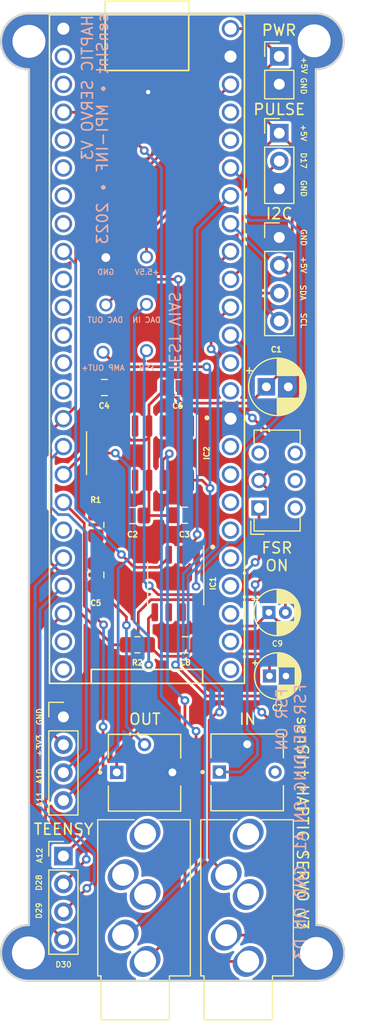
<source format=kicad_pcb>
(kicad_pcb (version 20221018) (generator pcbnew)
  (title_block (title "TEENSY 4 HAPTISHIELD") (date "2023-07-20") (rev "4") (company "SENSORIMOTOR INTERACTION GROUP") (comment 1 "COURTNEY N. REED & VALENTIN MARTINEZ-MISSIR"))
  (layers (0 "F.Cu" signal) (31 "B.Cu" signal) (34 "B.Paste" user) (35 "F.Paste" user) (36 "B.SilkS" user "B.Silkscreen") (37 "F.SilkS" user "F.Silkscreen") (38 "B.Mask" user) (39 "F.Mask" user) (44 "Edge.Cuts" user))
  (net 0 "")
  (net 1 "+5V")
  (net 2 "Net-(C4-Pad1)")
  (net 3 "Net-(C5-Pad1)")
  (net 4 "Net-(C5-Pad2)")
  (net 5 "Net-(C7-Pad1)")
  (net 6 "Net-(C9-Pad1)")
  (net 7 "R_in")
  (net 8 "A7")
  (net 9 "A6")
  (net 10 "D5")
  (net 14 "Net-(IC2-Pad10)")
  (net 16 "- R_Out")
  (net 17 "+ R_Out")
  (net 18 "D17")
  (net 19 "SDA")
  (net 20 "SCL")
  (net 21 "A2")
  (net 22 "D2")
  (net 24 "+3V3")
  (net 25 "Net-(RV1-Pad1)")
  (net 26 "A1")
  (net 35 "D23")
  (net 36 "D22")
  (net 55 "GND")
  (net 59 "A10")
  (net 60 "A11")
  (net 61 "A12")
  (net 62 "D28")
  (net 63 "D29")
  (net 64 "D30")
  (footprint "Package_SO:SOIC-16_3.9x9.9mm_P1.27mm" (layer "F.Cu") (at 102.9208 134.1628 -90)
    (fp_text reference "IC2")
    (fp_text value "PAM8403")
  )
  (footprint "Connector_Audio:Jack_3.5mm_CUI_SJ1-3535NG_Horizontal_CircularHoles" (layer "F.Cu") (at 103.1986 180.5078 180)
    (fp_text reference "J5" hide)
    (fp_text value "Jack_Out")
  )
  (footprint "Capacitor_SMD:C_0805_2012Metric_Pad1.18x1.45mm_HandSolder" (layer "F.Cu") (at 106.8539 151.638 180)
    (fp_text reference "C8")
    (fp_text value "0.1µF")
  )
  (footprint "Connector_PinHeader_2.54mm:PinHeader_1x03_P2.54mm_Vertical" (layer "F.Cu") (at 115.434352 104.98868)
    (fp_text reference "J2" hide)
    (fp_text value "Pulse")
  )
  (footprint "Connector_PinHeader_2.54mm:PinHeader_1x04_P2.54mm_Vertical" (layer "F.Cu") (at 95.749352 170.90168)
    (fp_text reference "J7" hide)
    (fp_text value "Teensy_2")
  )
  (footprint "Capacitor_THT:CP_Radial_D4.0mm_P1.50mm" (layer "F.Cu") (at 114.542601 154.4828)
    (fp_text reference "C7")
    (fp_text value "47µF")
  )
  (footprint "Capacitor_THT:CP_Radial_D5.0mm_P2.00mm" (layer "F.Cu") (at 114.259288 128.1176)
    (fp_text reference "C1")
    (fp_text value "470µF")
  )
  (footprint "Package_SO:SOP-8_3.9x4.9mm_P1.27mm" (layer "F.Cu") (at 105.9903 146.05 -90)
    (fp_text reference "IC1")
    (fp_text value "PT8211")
  )
  (footprint "HS-footprints:Teensy41" (layer "F.Cu") (at 103.369352 124.67368)
    (fp_text reference "U1" hide)
    (fp_text value "TeensyHeader")
  )
  (footprint "Capacitor_THT:CP_Radial_D4.0mm_P1.50mm" (layer "F.Cu") (at 114.491801 148.6916)
    (fp_text reference "C9")
    (fp_text value "47µF")
  )
  (footprint "Connector_Audio:Jack_3.5mm_CUI_SJ1-3535NG_Horizontal_CircularHoles" (layer "F.Cu") (at 112.5966 180.5078 180)
    (fp_text reference "J4" hide)
    (fp_text value "Jack In")
  )
  (footprint "Connector_PinHeader_2.54mm:PinHeader_1x02_P2.54mm_Vertical" (layer "F.Cu") (at 115.434352 97.98868)
    (fp_text reference "J1" hide)
    (fp_text value "Power")
  )
  (footprint "Resistor_SMD:R_0805_2012Metric_Pad1.20x1.40mm_HandSolder" (layer "F.Cu") (at 102.5011 151.638 180)
    (fp_text reference "R2")
    (fp_text value "10Ω")
  )
  (footprint "Capacitor_SMD:C_0805_2012Metric_Pad1.18x1.45mm_HandSolder" (layer "F.Cu") (at 106.8031 139.827)
    (fp_text reference "C3")
    (fp_text value "1µF")
  )
  (footprint "Capacitor_SMD:C_0805_2012Metric_Pad1.18x1.45mm_HandSolder" (layer "F.Cu") (at 99.4918 128.1835)
    (fp_text reference "C4")
    (fp_text value "0.1µF")
  )
  (footprint "3362P-1-503TLF:TRIM_3362P-1-503TLF" (layer "F.Cu") (at 103.1494 163.2712)
    (fp_text reference "RV2" hide)
    (fp_text value "50KΩ")
  )
  (footprint "Connector_PinHeader_2.54mm:PinHeader_1x04_P2.54mm_Vertical" (layer "F.Cu") (at 115.434352 114.49868)
    (fp_text reference "J3" hide)
    (fp_text value "I2C")
  )
  (footprint "Capacitor_SMD:C_0805_2012Metric_Pad1.18x1.45mm_HandSolder" (layer "F.Cu") (at 106.172 128.1938 180)
    (fp_text reference "C6")
    (fp_text value "1µF")
  )
  (footprint "3362P-1-503TLF:TRIM_3362P-1-503TLF" (layer "F.Cu") (at 112.5109 163.2412)
    (fp_text reference "RV1" hide)
    (fp_text value "50KΩ")
  )
  (footprint "Capacitor_SMD:C_0805_2012Metric_Pad1.18x1.45mm_HandSolder" (layer "F.Cu") (at 98.7044 145.2587 -90)
    (fp_text reference "C5")
    (fp_text value "0.47µF")
  )
  (footprint "Connector_PinHeader_2.54mm:PinHeader_1x04_P2.54mm_Vertical" (layer "F.Cu") (at 95.749352 158.21168)
    (fp_text reference "J6" hide)
    (fp_text value "Teensy_1")
  )
  (footprint "Resistor_SMD:R_0805_2012Metric_Pad1.20x1.40mm_HandSolder" (layer "F.Cu") (at 98.7044 140.7066 -90)
    (fp_text reference "R1")
    (fp_text value "10KΩ")
  )
  (footprint "Button_Switch_THT:SW_CuK_JS202011CQN_DPDT_Straight" (layer "F.Cu") (at 113.5888 139.1628 90)
    (fp_text reference "SW1" hide)
    (fp_text value "SW_SPDT_FSR")
  )
  (footprint "Capacitor_SMD:C_0805_2012Metric_Pad1.18x1.45mm_HandSolder" (layer "F.Cu") (at 102.0572 139.8524)
    (fp_text reference "C2")
    (fp_text value "1µF")
  )
  (gr_circle (center 108.839 130.9482) (end 108.839 131.0982) (stroke (width 0.15)) (fill solid) (layer "F.SilkS"))
  (gr_circle (center 109.3685 142.7226) (end 109.3685 142.8726) (stroke (width 0.15)) (fill solid) (layer "F.SilkS"))
  (gr_line (start 118.7704 94.0816) (end 92.6084 94.0816) (stroke (width 0.2)) (layer "Edge.Cuts"))
  (gr_arc (start 92.6084 182.2704) (mid 90.0684 179.7304) (end 92.6084 177.1904) (stroke (width 0.2)) (layer "Edge.Cuts"))
  (gr_line (start 118.8212 182.2704) (end 92.6084 182.2704) (stroke (width 0.2)) (layer "Edge.Cuts"))
  (gr_line (start 92.6084 99.1616) (end 92.6084 177.1904) (stroke (width 0.2)) (layer "Edge.Cuts"))
  (gr_arc (start 118.8212 177.1904) (mid 121.3612 179.7304) (end 118.8212 182.2704) (stroke (width 0.2)) (layer "Edge.Cuts"))
  (gr_arc (start 92.6084 99.1616) (mid 90.0684 96.6216) (end 92.6084 94.0816) (stroke (width 0.2)) (layer "Edge.Cuts"))
  (gr_arc (start 118.7704 94.0816) (mid 121.3104 96.6216) (end 118.7704 99.1616) (stroke (width 0.2)) (layer "Edge.Cuts"))
  (gr_line (start 118.8212 177.1904) (end 118.7704 99.1616) (stroke (width 0.2)) (layer "Edge.Cuts"))
  (gr_text "AMP OUT+" (at 99.3648 126.3904) (layer "B.SilkS") (effects (font (size 0.5 0.5) (thickness 0.1) bold) (justify mirror)))
  (gr_text "FSR READING ON A1, GND ON D3" (at 117.3734 167.7924 -270) (layer "B.SilkS") (effects (font (size 1 1)) (justify mirror)))
  (gr_text "TEST VIAS" (at 105.8672 123.0884 -90) (layer "B.SilkS") (effects (font (size 1 1)) (justify mirror)))
  (gr_text "FSR" (at 103.3272 126.3904) (layer "B.SilkS") (effects (font (size 0.5 0.5) (thickness 0.1) bold) (justify mirror)))
  (gr_text "GND" (at 99.6188 117.6528) (layer "B.SilkS") (effects (font (size 0.5 0.5) (thickness 0.1) bold) (justify mirror)))
  (gr_text "FSR ON" (at 115.6716 158.4452 -270) (layer "B.SilkS") (effects (font (size 1 1)) (justify mirror)))
  (gr_text "+5.5V" (at 103.378 117.6528) (layer "B.SilkS") (effects (font (size 0.5 0.5) (thickness 0.1) bold) (justify mirror)))
  (gr_text "HAPTIC SERVO V3\n" (at 97.9424 100.838 90) (layer "B.SilkS") (effects (font (size 1 1)) (justify mirror)))
  (gr_text "DAC OUT" (at 99.568 122.0216) (layer "B.SilkS") (effects (font (size 0.5 0.5) (thickness 0.1) bold) (justify mirror)))
  (gr_text "DAC IN" (at 103.3272 122.0216) (layer "B.SilkS") (effects (font (size 0.5 0.5) (thickness 0.1) bold) (justify mirror)))
  (gr_text "senSInt • MPI-INF • 2023" (at 99.314 104.5972 90) (layer "B.SilkS") (effects (font (size 1 1)) (justify mirror)))
  (gr_text "FSR\nON" (at 115.222048 143.6116) (layer "F.SilkS") (effects (font (size 1 1))))
  (gr_text "senSInt HAPTIC SERVO V3" (at 117.5512 167.894 270) (layer "F.SilkS") (effects (font (size 1 1))))
  (gr_text "A12" (at 93.5736 170.8404 90) (layer "F.SilkS") (effects (font (size 0.5 0.5) (thickness 0.1))))
  (gr_text "D17" (at 117.6528 107.4928 270) (layer "F.SilkS") (effects (font (size 0.5 0.5) (thickness 0.1))))
  (gr_text "+5V" (at 117.6528 116.9924 270) (layer "F.SilkS") (effects (font (size 0.5 0.5) (thickness 0.1))))
  (gr_text "+3V3" (at 93.5736 160.8328 90) (layer "F.SilkS") (effects (font (size 0.5 0.5) (thickness 0.1))))
  (gr_text "D30" (at 95.758 180.7972) (layer "F.SilkS") (effects (font (size 0.5 0.5) (thickness 0.1))))
  (gr_text "+5V" (at 117.7036 98.806 270) (layer "F.SilkS") (effects (font (size 0.5 0.5) (thickness 0.1))))
  (gr_text "IN" (at 112.5474 158.4198) (layer "F.SilkS") (effects (font (size 1 1))))
  (gr_text "SDA" (at 117.602 119.5324 270) (layer "F.SilkS") (effects (font (size 0.5 0.5) (thickness 0.1))))
  (gr_text "I2C" (at 115.434352 112.32928) (layer "F.SilkS") (effects (font (size 1 1))))
  (gr_text "D28" (at 93.5228 173.3296 90) (layer "F.SilkS") (effects (font (size 0.5 0.5) (thickness 0.1))))
  (gr_text "SCL\n" (at 117.6528 122.0724 270) (layer "F.SilkS") (effects (font (size 0.5 0.5) (thickness 0.1))))
  (gr_text "GND" (at 117.6528 114.5032 270) (layer "F.SilkS") (effects (font (size 0.5 0.5) (thickness 0.1))))
  (gr_text "GND" (at 93.5736 158.1912 90) (layer "F.SilkS") (effects (font (size 0.5 0.5) (thickness 0.1))))
  (gr_text "PWR\n" (at 115.4176 95.6056) (layer "F.SilkS") (effects (font (size 1 1))))
  (gr_text "+5V\n" (at 117.6528 104.9528 270) (layer "F.SilkS") (effects (font (size 0.5 0.5) (thickness 0.1))))
  (gr_text "GND" (at 117.6528 110.0328 270) (layer "F.SilkS") (effects (font (size 0.5 0.5) (thickness 0.1))))
  (gr_text "D29" (at 93.5228 175.88008 90) (layer "F.SilkS") (effects (font (size 0.5 0.5) (thickness 0.1))))
  (gr_text "PULSE" (at 115.434352 102.82968) (layer "F.SilkS") (effects (font (size 1 1))))
  (gr_text "TEENSY\n" (at 95.774752 168.4528) (layer "F.SilkS") (effects (font (size 1 1))))
  (gr_text "A10" (at 93.5736 163.6268 90) (layer "F.SilkS") (effects (font (size 0.5 0.5) (thickness 0.1))))
  (gr_text "GND" (at 117.6528 100.6856 270) (layer "F.SilkS") (effects (font (size 0.5 0.5) (thickness 0.1))))
  (gr_text "A11" (at 93.5736 165.7096 90) (layer "F.SilkS") (effects (font (size 0.5 0.5) (thickness 0.1))))
  (gr_text "OUT" (at 103.1748 158.4198) (layer "F.SilkS") (effects (font (size 1 1))))
  (segment (start 106.54938 129.60868) (end 112.768208 129.60868) (width 0.25) (layer "F.Cu") (net 1))
  (segment (start 103.3272 114.234842) (end 103.955021 113.607021) (width 0.25) (layer "F.Cu") (net 1))
  (segment (start 101.0158 132.064551) (end 101.939049 132.9878) (width 0.25) (layer "F.Cu") (net 1))
  (segment (start 103.2576 132.9878) (end 103.5558 132.6896) (width 0.25) (layer "F.Cu") (net 1))
  (segment (start 112.909352 95.46368) (end 110.989352 95.46368) (width 0.25) (layer "F.Cu") (net 1))
  (segment (start 116.609352 118.21368) (end 115.434352 117.03868) (width 0.25) (layer "F.Cu") (net 1))
  (segment (start 103.3272 114.234842) (end 110.577241 106.9848) (width 0.25) (layer "F.Cu") (net 1))
  (segment (start 116.609352 115.86368) (end 115.434352 117.03868) (width 0.25) (layer "F.Cu") (net 1))
  (segment (start 114.259352 99.16368) (end 115.434352 97.98868) (width 0.25) (layer "F.Cu") (net 1))
  (segment (start 114.259288 128.1176) (end 116.609352 125.767536) (width 0.25) (layer "F.Cu") (net 1))
  (segment (start 113.438232 106.9848) (end 115.434352 104.98868) (width 0.25) (layer "F.Cu") (net 1))
  (segment (start 103.5558 132.6896) (end 103.5558 131.6878) (width 0.25) (layer "F.Cu") (net 1))
  (segment (start 101.939049 132.9878) (end 103.2576 132.9878) (width 0.25) (layer "F.Cu") (net 1))
  (segment (start 103.3272 116.2812) (end 103.3272 114.234842) (width 0.25) (layer "F.Cu") (net 1))
  (segment (start 105.7402 139.8524) (end 105.7656 139.827) (width 0.25) (layer "F.Cu") (net 1))
  (segment (start 103.5558 131.6878) (end 103.5558 136.6378) (width 0.25) (layer "F.Cu") (net 1))
  (segment (start 105.1345 128.1938) (end 106.54938 129.60868) (width 0.25) (layer "F.Cu") (net 1))
  (segment (start 115.434352 104.98868) (end 114.259352 103.81368) (width 0.25) (layer "F.Cu") (net 1))
  (segment (start 103.955021 113.607021) (end 110.577241 106.9848) (width 0.25) (layer "F.Cu") (net 1))
  (segment (start 112.768208 129.60868) (end 114.259288 128.1176) (width 0.25) (layer "F.Cu") (net 1))
  (segment (start 115.434352 97.98868) (end 112.909352 95.46368) (width 0.25) (layer "F.Cu") (net 1))
  (segment (start 110.577241 106.9848) (end 113.438232 106.9848) (width 0.25) (layer "F.Cu") (net 1))
  (segment (start 103.5558 139.3913) (end 103.0947 139.8524) (width 0.25) (layer "F.Cu") (net 1))
  (segment (start 103.0947 139.8524) (end 105.7402 139.8524) (width 0.25) (layer "F.Cu") (net 1))
  (segment (start 105.1345 128.1938) (end 103.5558 129.7725) (width 0.25) (layer "F.Cu") (net 1))
  (segment (start 103.5558 129.7725) (end 103.5558 131.6878) (width 0.25) (layer "F.Cu") (net 1))
  (segment (start 103.5558 136.6378) (end 103.5558 139.3913) (width 0.25) (layer "F.Cu") (net 1))
  (segment (start 101.0158 131.6878) (end 101.0158 132.064551) (width 0.25) (layer "F.Cu") (net 1))
  (segment (start 114.259352 103.81368) (end 114.259352 99.16368) (width 0.25) (layer "F.Cu") (net 1))
  (segment (start 116.609352 106.16368) (end 116.609352 115.86368) (width 0.25) (layer "F.Cu") (net 1))
  (segment (start 116.609352 125.767536) (end 116.609352 118.21368) (width 0.25) (layer "F.Cu") (net 1))
  (segment (start 115.434352 104.98868) (end 116.609352 106.16368) (width 0.25) (layer "F.Cu") (net 1))
  (via (at 103.3272 116.2812) (size 1.2) (drill 0.8) (layers "F.Cu" "B.Cu") (net 1))
  (segment (start 98.4543 128.1835) (end 98.4543 131.6663) (width 0.25) (layer "F.Cu") (net 2))
  (segment (start 98.4543 131.6663) (end 98.4758 131.6878) (width 0.25) (layer "F.Cu") (net 2))
  (segment (start 98.7044 144.2212) (end 98.7044 141.7066) (width 0.25) (layer "F.Cu") (net 3))
  (segment (start 98.7044 146.2962) (end 101.4984 149.0902) (width 0.25) (layer "F.Cu") (net 4))
  (segment (start 101.4984 149.0902) (end 101.4984 149.86) (width 0.25) (layer "F.Cu") (net 4))
  (via (at 101.4984 149.86) (size 0.8) (drill 0.4) (layers "F.Cu" "B.Cu") (net 4))
  (segment (start 101.4984 159.0802) (end 103.1494 160.7312) (width 0.25) (layer "B.Cu") (net 4))
  (segment (start 101.4984 149.86) (end 101.4984 159.0802) (width 0.25) (layer "B.Cu") (net 4))
  (segment (start 114.542601 153.252201) (end 114.542601 154.4828) (width 0.25) (layer "F.Cu") (net 5))
  (segment (start 107.8914 151.638) (end 106.8414 152.688) (width 0.25) (layer "F.Cu") (net 5))
  (segment (start 103.5304 153.4668) (end 103.5304 151.6673) (width 0.25) (layer "F.Cu") (net 5))
  (segment (start 106.8414 152.688) (end 104.5511 152.688) (width 0.25) (layer "F.Cu") (net 5))
  (segment (start 103.5011 149.2592) (end 104.0853 148.675) (width 0.25) (layer "F.Cu") (net 5))
  (segment (start 103.5011 151.638) (end 103.5011 149.2592) (width 0.25) (layer "F.Cu") (net 5))
  (segment (start 104.5511 152.688) (end 103.5011 151.638) (width 0.25) (layer "F.Cu") (net 5))
  (segment (start 103.5304 151.6673) (end 103.5011 151.638) (width 0.25) (layer "F.Cu") (net 5))
  (segment (start 114.542601 153.252201) (end 113.75908 152.46868) (width 0.25) (layer "F.Cu") (net 5))
  (segment (start 108.72208 152.46868) (end 107.8914 151.638) (width 0.25) (layer "F.Cu") (net 5))
  (segment (start 113.75908 152.46868) (end 108.72208 152.46868) (width 0.25) (layer "F.Cu") (net 5))
  (via (at 103.3272 120.5992) (size 1.2) (drill 0.8) (layers "F.Cu" "B.Cu") (net 5))
  (via (at 103.5304 153.4668) (size 0.8) (drill 0.4) (layers "F.Cu" "B.Cu") (net 5))
  (segment (start 102.2162 149.552495) (end 102.2162 121.7102) (width 0.25) (layer "B.Cu") (net 5))
  (segment (start 103.5304 153.4668) (end 103.5304 150.866695) (width 0.25) (layer "B.Cu") (net 5))
  (segment (start 102.2162 121.7102) (end 103.3272 120.5992) (width 0.25) (layer "B.Cu") (net 5))
  (segment (start 103.5304 150.866695) (end 102.2162 149.552495) (width 0.25) (layer "B.Cu") (net 5))
  (segment (start 103.5304 153.4668) (end 103.5304 153.416) (width 0.25) (layer "B.Cu") (net 5))
  (segment (start 113.254721 149.92868) (end 109.14898 149.92868) (width 0.25) (layer "F.Cu") (net 6))
  (segment (start 117.6528 151.852599) (end 114.491801 148.6916) (width 0.25) (layer "F.Cu") (net 6))
  (segment (start 108.8136 156.3116) (end 115.9764 156.3116) (width 0.25) (layer "F.Cu") (net 6))
  (segment (start 114.491801 148.6916) (end 113.254721 149.92868) (width 0.25) (layer "F.Cu") (net 6))
  (segment (start 106.2228 118.3132) (end 101.9556 118.3132) (width 0.25) (layer "F.Cu") (net 6))
  (segment (start 115.9764 156.3116) (end 117.6528 154.6352) (width 0.25) (layer "F.Cu") (net 6))
  (segment (start 105.9688 153.4668) (end 108.8136 156.3116) (width 0.25) (layer "F.Cu") (net 6))
  (segment (start 101.9556 118.3132) (end 99.6188 120.65) (width 0.25) (layer "F.Cu") (net 6))
  (segment (start 117.6528 154.6352) (end 117.6528 151.852599) (width 0.25) (layer "F.Cu") (net 6))
  (segment (start 109.14898 149.92868) (end 107.8953 148.675) (width 0.25) (layer "F.Cu") (net 6))
  (via (at 105.9688 153.4668) (size 0.8) (drill 0.4) (layers "F.Cu" "B.Cu") (net 6))
  (via (at 106.2228 118.3132) (size 0.8) (drill 0.4) (layers "F.Cu" "B.Cu") (net 6))
  (via (at 99.6188 120.65) (size 1.2) (drill 0.8) (layers "F.Cu" "B.Cu") (net 6))
  (segment (start 106.2234 124.0022) (end 106.2234 118.3646) (width 0.25) (layer "B.Cu") (net 6))
  (segment (start 106.2228 118.364) (end 106.2228 118.3132) (width 0.25) (layer "B.Cu") (net 6))
  (segment (start 106.172 118.3132) (end 106.2228 118.364) (width 0.25) (layer "B.Cu") (net 6))
  (segment (start 105.9688 153.5176) (end 106.0196 153.4668) (width 0.25) (layer "B.Cu") (net 6))
  (segment (start 105.9688 153.4668) (end 105.9688 153.5176) (width 0.25) (layer "B.Cu") (net 6))
  (segment (start 106.0196 153.4668) (end 105.9688 153.4668) (width 0.25) (layer "B.Cu") (net 6))
  (segment (start 106.2234 118.3646) (end 106.2228 118.364) (width 0.25) (layer "B.Cu") (net 6))
  (segment (start 106.2234 124.0022) (end 106.2234 153.263) (width 0.25) (layer "B.Cu") (net 6))
  (segment (start 106.2234 153.263) (end 106.0196 153.4668) (width 0.25) (layer "B.Cu") (net 6))
  (segment (start 106.2228 118.3132) (end 106.172 118.3132) (width 0.25) (layer "B.Cu") (net 6))
  (segment (start 115.991801 148.6916) (end 115.991801 147.843072) (width 0.25) (layer "F.Cu") (net 7))
  (segment (start 115.673729 147.525) (end 103.738549 147.525) (width 0.25) (layer "F.Cu") (net 7))
  (segment (start 100.6094 161.356127) (end 100.6094 163.2712) (width 0.25) (layer "F.Cu") (net 7))
  (segment (start 102.5761 148.687449) (end 102.5761 159.389427) (width 0.25) (layer "F.Cu") (net 7))
  (segment (start 102.5761 159.389427) (end 100.6094 161.356127) (width 0.25) (layer "F.Cu") (net 7))
  (segment (start 103.738549 147.525) (end 102.5761 148.687449) (width 0.25) (layer "F.Cu") (net 7))
  (segment (start 115.991801 147.843072) (end 115.673729 147.525) (width 0.25) (layer "F.Cu") (net 7))
  (segment (start 107.8953 143.425) (end 107.8484 146.304) (width 0.25) (layer "F.Cu") (net 8))
  (via (at 107.8484 146.304) (size 0.8) (drill 0.4) (layers "F.Cu" "B.Cu") (net 8))
  (segment (start 107.8484 146.304) (end 107.8484 145.273641) (width 0.25) (layer "B.Cu") (net 8))
  (segment (start 111.455343 142.30868) (end 112.114352 141.649671) (width 0.25) (layer "B.Cu") (net 8))
  (segment (start 112.114352 112.326857) (end 112.729695 112.9422) (width 0.25) (layer "B.Cu") (net 8))
  (segment (start 117.3988 114.113128) (end 117.3988 128.827552) (width 0.25) (layer "B.Cu") (net 8))
  (segment (start 117.3988 128.827552) (end 112.114352 134.112) (width 0.25) (layer "B.Cu") (net 8))
  (segment (start 110.989352 108.16368) (end 112.114352 109.28868) (width 0.25) (layer "B.Cu") (net 8))
  (segment (start 116.227872 112.9422) (end 117.3988 114.113128) (width 0.25) (layer "B.Cu") (net 8))
  (segment (start 112.729695 112.9422) (end 116.227872 112.9422) (width 0.25) (layer "B.Cu") (net 8))
  (segment (start 107.8484 145.273641) (end 110.813361 142.30868) (width 0.25) (layer "B.Cu") (net 8))
  (segment (start 110.813361 142.30868) (end 111.455343 142.30868) (width 0.25) (layer "B.Cu") (net 8))
  (segment (start 112.114352 141.649671) (end 112.114352 134.112) (width 0.25) (layer "B.Cu") (net 8))
  (segment (start 112.114352 109.28868) (end 112.114352 112.326857) (width 0.25) (layer "B.Cu") (net 8))
  (segment (start 107.95 141.873549) (end 107.95 141.5796) (width 0.25) (layer "F.Cu") (net 9))
  (segment (start 106.6253 143.198249) (end 107.95 141.873549) (width 0.25) (layer "F.Cu") (net 9))
  (segment (start 106.6253 143.425) (end 106.6253 143.198249) (width 0.25) (layer "F.Cu") (net 9))
  (via (at 107.95 141.5796) (size 0.8) (drill 0.4) (layers "F.Cu" "B.Cu") (net 9))
  (segment (start 107.95 113.743032) (end 110.989352 110.70368) (width 0.25) (layer "B.Cu") (net 9))
  (segment (start 107.95 141.5796) (end 107.95 113.743032) (width 0.25) (layer "B.Cu") (net 9))
  (segment (start 102.2078 144.575) (end 104.432051 144.575) (width 0.25) (layer "F.Cu") (net 10))
  (segment (start 105.3553 143.651751) (end 105.3553 143.425) (width 0.25) (layer "F.Cu") (net 10))
  (segment (start 104.432051 144.575) (end 105.3553 143.651751) (width 0.25) (layer "F.Cu") (net 10))
  (segment (start 101.0412 143.4084) (end 102.2078 144.575) (width 0.25) (layer "F.Cu") (net 10))
  (via (at 101.0412 143.4084) (size 0.8) (drill 0.4) (layers "F.Cu" "B.Cu") (net 10))
  (segment (start 96.874352 116.90868) (end 96.874352 139.241552) (width 0.25) (layer "B.Cu") (net 10))
  (segment (start 96.874352 139.241552) (end 101.0412 143.4084) (width 0.25) (layer "B.Cu") (net 10))
  (segment (start 95.749352 115.78368) (end 96.874352 116.90868) (width 0.25) (layer "B.Cu") (net 10))
  (segment (start 99.7458 138.6652) (end 98.7044 139.7066) (width 0.25) (layer "F.Cu") (net 14))
  (segment (start 99.7458 136.6378) (end 99.7458 138.6652) (width 0.25) (layer "F.Cu") (net 14))
  (segment (start 104.8258 134.7978) (end 105.41 134.2136) (width 0.25) (layer "F.Cu") (net 16))
  (segment (start 106.8324 176.874) (end 103.1986 180.5078) (width 0.25) (layer "F.Cu") (net 16))
  (segment (start 106.8324 156.718) (end 106.8324 176.874) (width 0.25) (layer "F.Cu") (net 16))
  (segment (start 104.8258 136.6378) (end 104.8258 134.7978) (width 0.25) (layer "F.Cu") (net 16))
  (via (at 106.8324 156.718) (size 0.8) (drill 0.4) (layers "F.Cu" "B.Cu") (net 16))
  (via (at 105.41 134.2136) (size 0.8) (drill 0.4) (layers "F.Cu" "B.Cu") (net 16))
  (segment (start 105.2438 134.3798) (end 105.41 134.2136) (width 0.25) (layer "B.Cu") (net 16))
  (segment (start 106.8324 156.718) (end 105.2438 155.1294) (width 0.25) (layer "B.Cu") (net 16))
  (segment (start 105.2438 155.1294) (end 105.2438 134.3798) (width 0.25) (layer "B.Cu") (net 16))
  (segment (start 108.393 136.6378) (end 109.1184 137.3632) (width 0.25) (layer "F.Cu") (net 17))
  (segment (start 100.6856 126.2888) (end 99.3648 124.968) (width 0.25) (layer "F.Cu") (net 17))
  (segment (start 107.3658 136.6378) (end 108.393 136.6378) (width 0.25) (layer "F.Cu") (net 17))
  (segment (start 108.8136 126.2888) (end 100.6856 126.2888) (width 0.25) (layer "F.Cu") (net 17))
  (via (at 99.3648 124.968) (size 1.2) (drill 0.8) (layers "F.Cu" "B.Cu") (net 17))
  (via (at 109.1184 137.3632) (size 0.8) (drill 0.4) (layers "F.Cu" "B.Cu") (net 17))
  (via (at 108.8136 126.2888) (size 0.8) (drill 0.4) (layers "F.Cu" "B.Cu") (net 17))
  (segment (start 109.1184 137.3632) (end 109.1184 142.730849) (width 0.25) (layer "B.Cu") (net 17))
  (segment (start 109.1184 126.5428) (end 108.8644 126.2888) (width 0.25) (layer "B.Cu") (net 17))
  (segment (start 108.6612 171.101876) (end 101.655276 178.1078) (width 0.25) (layer "B.Cu") (net 17))
  (segment (start 101.655276 178.1078) (end 101.1986 178.1078) (width 0.25) (layer "B.Cu") (net 17))
  (segment (start 106.6734 145.175849) (end 106.6734 153.146095) (width 0.25) (layer "B.Cu") (net 17))
  (segment (start 108.8644 126.2888) (end 108.8136 126.2888) (width 0.25) (layer "B.Cu") (net 17))
  (segment (start 109.1184 142.730849) (end 106.6734 145.175849) (width 0.25) (layer "B.Cu") (net 17))
  (segment (start 106.6734 153.146095) (end 108.6612 155.133895) (width 0.25) (layer "B.Cu") (net 17))
  (segment (start 109.1184 137.3632) (end 109.1184 126.5428) (width 0.25) (layer "B.Cu") (net 17))
  (segment (start 108.8136 126.238) (end 108.8644 126.2888) (width 0.25) (layer "B.Cu") (net 17))
  (segment (start 108.8136 126.2888) (end 108.8136 126.238) (width 0.25) (layer "B.Cu") (net 17))
  (segment (start 108.6612 155.133895) (end 108.6612 171.101876) (width 0.25) (layer "B.Cu") (net 17))
  (segment (start 115.434352 107.52868) (end 112.114352 110.84868) (width 0.25) (layer "F.Cu") (net 18))
  (segment (start 112.114352 117.19868) (end 110.989352 118.32368) (width 0.25) (layer "F.Cu") (net 18))
  (segment (start 112.114352 110.84868) (end 112.114352 117.19868) (width 0.25) (layer "F.Cu") (net 18))
  (segment (start 109.864352 116.90868) (end 110.989352 115.78368) (width 0.25) (layer "F.Cu") (net 19))
  (segment (start 109.864352 118.789671) (end 109.864352 116.90868) (width 0.25) (layer "F.Cu") (net 19))
  (segment (start 110.653361 119.57868) (end 109.864352 118.789671) (width 0.25) (layer "F.Cu") (net 19))
  (segment (start 115.434352 119.57868) (end 110.653361 119.57868) (width 0.25) (layer "F.Cu") (net 19))
  (segment (start 114.259352 120.94368) (end 114.259352 116.51368) (width 0.25) (layer "B.Cu") (net 20))
  (segment (start 115.434352 122.11868) (end 114.259352 120.94368) (width 0.25) (layer "B.Cu") (net 20))
  (segment (start 114.259352 116.51368) (end 110.989352 113.24368) (width 0.25) (layer "B.Cu") (net 20))
  (segment (start 109.0349 158.5287) (end 109.0349 171.0461) (width 0.25) (layer "F.Cu") (net 21))
  (segment (start 110.989352 120.86368) (end 109.22 122.633032) (width 0.25) (layer "F.Cu") (net 21))
  (segment (start 109.982 157.5816) (end 109.0349 158.5287) (width 0.25) (layer "F.Cu") (net 21))
  (segment (start 109.22 122.633032) (end 109.22 124.6632) (width 0.25) (layer "F.Cu") (net 21))
  (segment (start 109.0349 171.0461) (end 110.5966 172.6078) (width 0.25) (layer "F.Cu") (net 21))
  (via (at 109.22 124.6632) (size 0.8) (drill 0.4) (layers "F.Cu" "B.Cu") (net 21))
  (via (at 109.982 157.7848) (size 0.8) (drill 0.4) (layers "F.Cu" "B.Cu") (net 21))
  (segment (start 107.1234 152.959699) (end 109.982 155.818299) (width 0.25) (layer "B.Cu") (net 21))
  (segment (start 109.8434 125.2866) (end 109.8434 142.642245) (width 0.25) (layer "B.Cu") (net 21))
  (segment (start 107.1234 145.362245) (end 107.1234 152.959699) (width 0.25) (layer "B.Cu") (net 21))
  (segment (start 109.8434 142.642245) (end 107.1234 145.362245) (width 0.25) (layer "B.Cu") (net 21))
  (segment (start 109.982 155.818299) (end 109.982 157.7848) (width 0.25) (layer "B.Cu") (net 21))
  (segment (start 109.22 124.6632) (end 109.8434 125.2866) (width 0.25) (layer "B.Cu") (net 21))
  (segment (start 107.8484 177.94054) (end 110.41566 180.5078) (width 0.25) (layer "F.Cu") (net 22))
  (segment (start 95.749352 103.08368) (end 99.62928 103.08368) (width 0.25) (layer "F.Cu") (net 22))
  (segment (start 99.62928 103.08368) (end 103.124 106.5784) (width 0.25) (layer "F.Cu") (net 22))
  (segment (start 110.41566 180.5078) (end 112.5966 180.5078) (width 0.25) (layer "F.Cu") (net 22))
  (segment (start 107.8484 159.512) (end 107.8484 177.94054) (width 0.25) (layer "F.Cu") (net 22))
  (via (at 107.8484 159.512) (size 0.8) (drill 0.4) (layers "F.Cu" "B.Cu") (net 22))
  (via (at 103.124 106.5784) (size 0.8) (drill 0.4) (layers "F.Cu" "B.Cu") (net 22))
  (segment (start 104.685 108.1394) (end 104.685 156.3486) (width 0.25) (layer "B.Cu") (net 22))
  (segment (start 103.124 106.5784) (end 104.685 108.1394) (width 0.25) (layer "B.Cu") (net 22))
  (segment (start 104.685 156.3486) (end 107.8484 159.512) (width 0.25) (layer "B.Cu") (net 22))
  (segment (start 97.2044 148.623305) (end 100.219095 151.638) (width 0.25) (layer "F.Cu") (net 24))
  (segment (start 94.574352 132.19868) (end 95.749352 131.02368) (width 0.25) (layer "F.Cu") (net 24))
  (segment (start 94.574352 132.19868) (end 94.574352 144.139671) (width 0.25) (layer "F.Cu") (net 24))
  (segment (start 95.749352 160.75168) (end 94.574352 159.57668) (width 0.25) (layer "F.Cu") (net 24))
  (segment (start 97.2044 154.019623) (end 97.2044 148.623305) (width 0.25) (layer "F.Cu") (net 24))
  (segment (start 94.574352 144.139671) (end 95.573361 145.13868) (width 0.25) (layer "F.Cu") (net 24))
  (segment (start 94.574352 159.57668) (end 94.574352 156.649671) (width 0.25) (layer "F.Cu") (net 24))
  (segment (start 95.573361 145.13868) (end 96.26908 145.13868) (width 0.25) (layer "F.Cu") (net 24))
  (segment (start 96.874352 114.65868) (end 110.989352 100.54368) (width 0.25) (layer "F.Cu") (net 24))
  (segment (start 96.26908 145.13868) (end 97.2044 146.074) (width 0.25) (layer "F.Cu") (net 24))
  (segment (start 100.219095 151.638) (end 101.5011 151.638) (width 0.25) (layer "F.Cu") (net 24))
  (segment (start 94.574352 156.649671) (end 97.2044 154.019623) (width 0.25) (layer "F.Cu") (net 24))
  (segment (start 95.749352 131.02368) (end 96.874352 129.89868) (width 0.25) (layer "F.Cu") (net 24))
  (segment (start 96.874352 129.89868) (end 96.874352 114.65868) (width 0.25) (layer "F.Cu") (net 24))
  (segment (start 97.2044 146.074) (end 97.2044 148.623305) (width 0.25) (layer "F.Cu") (net 24))
  (segment (start 112.50412 144.84868) (end 110.329025 144.84868) (width 0.25) (layer "F.Cu") (net 25))
  (segment (start 104.394 147.066) (end 103.5812 146.2532) (width 0.25) (layer "F.Cu") (net 25))
  (segment (start 110.329025 144.84868) (end 108.111705 147.066) (width 0.25) (layer "F.Cu") (net 25))
  (segment (start 113.284 144.1196) (end 113.2332 144.1196) (width 0.25) (layer "F.Cu") (net 25))
  (segment (start 108.111705 147.066) (end 104.394 147.066) (width 0.25) (layer "F.Cu") (net 25))
  (segment (start 113.2332 144.1704) (end 113.284 144.1196) (width 0.25) (layer "F.Cu") (net 25))
  (segment (start 113.2332 144.1196) (end 112.50412 144.84868) (width 0.25) (layer "F.Cu") (net 25))
  (segment (start 113.5888 143.8148) (end 113.284 144.1196) (width 0.25) (layer "F.Cu") (net 25))
  (segment (start 113.5888 139.1628) (end 113.5888 143.8148) (width 0.25) (layer "F.Cu") (net 25))
  (segment (start 113.2332 144.1196) (end 113.2332 144.1704) (width 0.25) (layer "F.Cu") (net 25))
  (via (at 103.3272 124.8156) (size 1.2) (drill 0.8) (layers "F.Cu" "B.Cu") (net 25))
  (via (at 103.5812 146.2532) (size 0.8) (drill 0.4) (layers "F.Cu" "B.Cu") (net 25))
  (via (at 113.2332 144.1196) (size 0.8) (drill 0.4) (layers "F.Cu" "B.Cu") (net 25))
  (segment (start 103.1102 125.0326) (end 103.3272 124.8156) (width 0.25) (layer "B.Cu") (net 25))
  (segment (start 112.5082 159.374796) (end 113.4469 160.313496) (width 0.25) (layer "B.Cu") (net 25))
  (segment (start 112.5082 144.8446) (end 112.5082 159.374796) (width 0.25) (layer "B.Cu") (net 25))
  (segment (start 113.4469 161.6859) (end 111.8916 163.2412) (width 0.25) (layer "B.Cu") (net 25))
  (segment (start 113.4469 160.313496) (end 113.4469 161.6859) (width 0.25) (layer "B.Cu") (net 25))
  (segment (start 113.2332 144.1196) (end 112.5082 144.8446) (width 0.25) (layer "B.Cu") (net 25))
  (segment (start 103.4796 146.2532) (end 103.1102 145.8838) (width 0.25) (layer "B.Cu") (net 25))
  (segment (start 103.5812 146.3548) (end 103.5304 146.304) (width 0.25) (layer "B.Cu") (net 25))
  (segment (start 103.5812 146.2532) (end 103.4796 146.2532) (width 0.25) (layer "B.Cu") (net 25))
  (segment (start 111.8916 163.2412) (end 109.9709 163.2412) (width 0.25) (layer "B.Cu") (net 25))
  (segment (start 103.1102 145.8838) (end 103.1102 125.0326) (width 0.25) (layer "B.Cu") (net 25))
  (segment (start 103.5812 146.2532) (end 103.5812 146.3548) (width 0.25) (layer "B.Cu") (net 25))
  (segment (start 114.6138 137.6878) (end 114.6138 144.771) (width 0.25) (layer "F.Cu") (net 26))
  (segment (start 113.5888 136.6628) (end 114.6138 137.6878) (width 0.25) (layer "F.Cu") (net 26))
  (segment (start 113.2332 146.1516) (end 114.6138 144.771) (width 0.25) (layer "F.Cu") (net 26))
  (segment (start 116.1796 176.4792) (end 114.551 178.1078) (width 0.25) (layer "F.Cu") (net 26))
  (segment (start 112.9792 130.9624) (end 112.9792 130.9116) (width 0.25) (layer "F.Cu") (net 26))
  (segment (start 114.551 178.1078) (end 110.5966 178.1078) (width 0.25) (layer "F.Cu") (net 26))
  (segment (start 114.6138 132.5462) (end 113.03 130.9624) (width 0.25) (layer "F.Cu") (net 26))
  (segment (start 112.9792 130.9116) (end 113.03 130.9624) (width 0.25) (layer "F.Cu") (net 26))
  (segment (start 113.8428 157.7848) (end 116.1796 160.1216) (width 0.25) (layer "F.Cu") (net 26))
  (segment (start 113.5888 136.6628) (end 114.6138 135.6378) (width 0.25) (layer "F.Cu") (net 26))
  (segment (start 116.1796 160.1216) (end 116.1796 176.4792) (width 0.25) (layer "F.Cu") (net 26))
  (segment (start 114.6138 135.6378) (end 114.6138 132.5462) (width 0.25) (layer "F.Cu") (net 26))
  (segment (start 113.03 130.9624) (end 112.9792 130.9624) (width 0.25) (layer "F.Cu") (net 26))
  (via (at 113.2332 146.1516) (size 0.8) (drill 0.4) (layers "F.Cu" "B.Cu") (net 26))
  (via (at 112.9792 130.9624) (size 0.8) (drill 0.4) (layers "F.Cu" "B.Cu") (net 26))
  (via (at 113.8428 157.7848) (size 0.8) (drill 0.4) (layers "F.Cu" "B.Cu") (net 26))
  (segment (start 112.114352 130.097552) (end 112.114352 124.52868) (width 0.25) (layer "B.Cu") (net 26))
  (segment (start 113.2332 146.1516) (end 113.2332 157.1752) (width 0.25) (layer "B.Cu") (net 26))
  (segment (start 113.2332 157.1752) (end 113.8428 157.7848) (width 0.25) (layer "B.Cu") (net 26))
  (segment (start 112.114352 124.52868) (end 110.989352 123.40368) (width 0.25) (layer "B.Cu") (net 26))
  (segment (start 112.9792 130.9624) (end 112.114352 130.097552) (width 0.25) (layer "B.Cu") (net 26))
  (segment (start 101.0197 140.3594) (end 104.0853 143.425) (width 0.25) (layer "F.Cu") (net 55))
  (segment (start 111.421752 104.2416) (end 112.114352 103.549) (width 0.25) (layer "F.Cu") (net 55))
  (segment (start 101.0197 139.8524) (end 101.0197 140.3594) (width 0.25) (layer "F.Cu") (net 55))
  (segment (start 99.399049 135.3378) (end 100.743 135.3378) (width 0.25) (layer "F.Cu") (net 55))
  (segment (start 110.780441 104.2416) (end 111.421752 104.2416) (width 0.25) (layer "F.Cu") (net 55))
  (segment (start 112.114352 99.12868) (end 110.989352 98.00368) (width 0.25) (layer "F.Cu") (net 55))
  (segment (start 104.0892 141.6812) (end 106.823095 141.6812) (width 0.25) (layer "F.Cu") (net 55))
  (segment (start 104.0853 143.425) (end 104.0892 143.4211) (width 0.25) (layer "F.Cu") (net 55))
  (segment (start 101.0197 136.6417) (end 101.0158 136.6378) (width 0.25) (layer "F.Cu") (net 55))
  (segment (start 99.6188 116.332) (end 99.6188 115.403241) (width 0.25) (layer "F.Cu") (net 55))
  (segment (start 104.0892 143.4211) (end 104.0892 141.6812) (width 0.25) (layer "F.Cu") (net 55))
  (segment (start 100.5293 128.1835) (end 101.569 127.1438) (width 0.25) (layer "F.Cu") (net 55))
  (segment (start 98.4758 136.6378) (end 98.4758 136.261049) (width 0.25) (layer "F.Cu") (net 55))
  (segment (start 98.4758 136.261049) (end 99.399049 135.3378) (width 0.25) (layer "F.Cu") (net 55))
  (segment (start 106.1595 127.1438) (end 107.2095 128.1938) (width 0.25) (layer "F.Cu") (net 55))
  (segment (start 106.0958 138.0822) (end 106.0958 136.6378) (width 0.25) (layer "F.Cu") (net 55))
  (segment (start 115.434352 114.49868) (end 115.31148 114.49868) (width 0.25) (layer "F.Cu") (net 55))
  (segment (start 107.8406 140.663695) (end 107.8406 139.827) (width 0.25) (layer "F.Cu") (net 55))
  (segment (start 99.6188 115.403241) (end 110.780441 104.2416) (width 0.25) (layer "F.Cu") (net 55))
  (segment (start 106.823095 141.6812) (end 107.8406 140.663695) (width 0.25) (layer "F.Cu") (net 55))
  (segment (start 101.0158 135.6106) (end 101.0158 136.6378) (width 0.25) (layer "F.Cu") (net 55))
  (segment (start 112.114352 103.549) (end 112.114352 99.12868) (width 0.25) (layer "F.Cu") (net 55))
  (segment (start 100.743 135.3378) (end 101.0158 135.6106) (width 0.25) (layer "F.Cu") (net 55))
  (segment (start 101.569 127.1438) (end 106.1595 127.1438) (width 0.25) (layer "F.Cu") (net 55))
  (segment (start 107.076449 133.0452) (end 108.967832 133.0452) (width 0.25) (layer "F.Cu") (net 55))
  (segment (start 106.0958 132.064551) (end 107.076449 133.0452) (width 0.25) (layer "F.Cu") (net 55))
  (segment (start 106.0958 131.6878) (end 106.0958 132.064551) (width 0.25) (layer "F.Cu") (net 55))
  (segment (start 107.8406 139.827) (end 106.0958 138.0822) (width 0.25) (layer "F.Cu") (net 55))
  (segment (start 101.0197 139.8524) (end 101.0197 136.6417) (width 0.25) (layer "F.Cu") (net 55))
  (segment (start 104.0853 143.425) (end 104.0853 143.198249) (width 0.25) (layer "F.Cu") (net 55))
  (segment (start 108.967832 133.0452) (end 110.989352 131.02368) (width 0.25) (layer "F.Cu") (net 55))
  (via (at 99.6188 116.332) (size 1.2) (drill 0.8) (layers "F.Cu" "B.Cu") (net 55))
  (via (at 118.8212 179.7812) (size 3.2) (drill 3) (layers "F.Cu" "B.Cu") (net 55))
  (via (at 92.6084 96.6216) (size 3.2) (drill 3) (layers "F.Cu" "B.Cu") (net 55))
  (via (at 118.618 96.5708) (size 3.2) (drill 3) (layers "F.Cu" "B.Cu") (net 55))
  (via (at 103.4796 101.2444) (size 0.8) (drill 0.4) (layers "F.Cu" "B.Cu") (net 55))
  (via (at 92.5576 179.7304) (size 3.2) (drill 3) (layers "F.Cu" "B.Cu") (net 55))
  (segment (start 112.909352 98.00368) (end 115.434352 100.52868) (width 0.25) (layer "B.Cu") (net 55))
  (segment (start 110.989352 98.00368) (end 112.909352 98.00368) (width 0.25) (layer "B.Cu") (net 55))
  (segment (start 97.8408 161.200232) (end 97.8408 141.394137) (width 0.25) (layer "B.Cu") (net 59))
  (segment (start 94.624352 139.109671) (end 94.624352 134.68868) (width 0.25) (layer "B.Cu") (net 59))
  (segment (start 95.283361 139.76868) (end 94.624352 139.109671) (width 0.25) (layer "B.Cu") (net 59))
  (segment (start 94.624352 134.68868) (end 95.749352 133.56368) (width 0.25) (layer "B.Cu") (net 59))
  (segment (start 96.215343 139.76868) (end 95.283361 139.76868) (width 0.25) (layer "B.Cu") (net 59))
  (segment (start 97.8408 141.394137) (end 96.215343 139.76868) (width 0.25) (layer "B.Cu") (net 59))
  (segment (start 95.749352 163.29168) (end 97.8408 161.200232) (width 0.25) (layer "B.Cu") (net 59))
  (segment (start 97.690232 134.1628) (end 95.749352 136.10368) (width 0.25) (layer "F.Cu") (net 60))
  (segment (start 100.4824 134.1628) (end 97.690232 134.1628) (width 0.25) (layer "F.Cu") (net 60))
  (via (at 100.4824 134.1628) (size 0.8) (drill 0.4) (layers "F.Cu" "B.Cu") (net 60))
  (segment (start 100.740895 160.840137) (end 100.740895 144.73401) (width 0.25) (layer "B.Cu") (net 60))
  (segment (start 100.4824 134.1628) (end 101.7662 135.4466) (width 0.25) (layer "B.Cu") (net 60))
  (segment (start 95.749352 165.83168) (end 100.740895 160.840137) (width 0.25) (layer "B.Cu") (net 60))
  (segment (start 100.740895 144.73401) (end 101.7662 143.708705) (width 0.25) (layer "B.Cu") (net 60))
  (segment (start 101.7662 143.708705) (end 101.7662 135.4466) (width 0.25) (layer "B.Cu") (net 60))
  (segment (start 99.3648 159.1056) (end 99.3648 167.286232) (width 0.25) (layer "F.Cu") (net 61))
  (segment (start 95.749352 138.64368) (end 97.6544 140.548728) (width 0.25) (layer "F.Cu") (net 61))
  (segment (start 97.6544 148.0988) (end 99.3648 149.8092) (width 0.25) (layer "F.Cu") (net 61))
  (segment (start 99.3648 149.8092) (end 99.4156 149.8092) (width 0.25) (layer "F.Cu") (net 61))
  (segment (start 99.3648 167.286232) (end 95.749352 170.90168) (width 0.25) (layer "F.Cu") (net 61))
  (segment (start 97.6544 140.548728) (end 97.6544 148.0988) (width 0.25) (layer "F.Cu") (net 61))
  (via (at 99.4156 149.8092) (size 0.8) (drill 0.4) (layers "F.Cu" "B.Cu") (net 61))
  (via (at 99.3648 159.1056) (size 0.8) (drill 0.4) (layers "F.Cu" "B.Cu") (net 61))
  (segment (start 99.4156 149.8092) (end 99.3648 159.1056) (width 0.25) (layer "B.Cu") (net 61))
  (segment (start 95.749352 173.44168) (end 97.8408 171.196) (width 0.25) (layer "F.Cu") (net 62))
  (via (at 97.8408 171.196) (size 0.8) (drill 0.4) (layers "F.Cu" "B.Cu") (net 62))
  (segment (start 97.8408 170.643128) (end 93.1672 165.969528) (width 0.25) (layer "B.Cu") (net 62))
  (segment (start 93.1672 165.969528) (end 93.1672 146.305832) (width 0.25) (layer "B.Cu") (net 62))
  (segment (start 97.8408 171.196) (end 97.8408 170.643128) (width 0.25) (layer "B.Cu") (net 62))
  (segment (start 93.1672 146.305832) (end 95.749352 143.72368) (width 0.25) (layer "B.Cu") (net 62))
  (segment (start 95.749352 175.98168) (end 97.8916 173.839432) (width 0.25) (layer "F.Cu") (net 63))
  (segment (start 97.8916 173.839432) (end 97.8916 173.8376) (width 0.25) (layer "F.Cu") (net 63))
  (segment (start 97.8916 173.8376) (end 97.893432 173.8376) (width 0.25) (layer "F.Cu") (net 63))
  (segment (start 97.893432 173.8376) (end 97.8916 173.839432) (width 0.25) (layer "F.Cu") (net 63))
  (via (at 97.8916 173.8376) (size 0.8) (drill 0.4) (layers "F.Cu" "B.Cu") (net 63))
  (segment (start 95.749352 146.26368) (end 93.6172 148.395832) (width 0.25) (layer "B.Cu") (net 63))
  (segment (start 93.6172 165.6588) (end 98.5658 170.6074) (width 0.25) (layer "B.Cu") (net 63))
  (segment (start 98.5658 173.1634) (end 97.8916 173.8376) (width 0.25) (layer "B.Cu") (net 63))
  (segment (start 93.6172 148.395832) (end 93.6172 165.6588) (width 0.25) (layer "B.Cu") (net 63))
  (segment (start 98.5658 170.6074) (end 98.5658 173.1634) (width 0.25) (layer "B.Cu") (net 63))
  (segment (start 94.124352 150.42868) (end 94.124352 176.89668) (width 0.25) (layer "F.Cu") (net 64))
  (segment (start 95.749352 148.80368) (end 94.124352 150.42868) (width 0.25) (layer "F.Cu") (net 64))
  (segment (start 94.124352 176.89668) (end 95.749352 178.52168) (width 0.25) (layer "F.Cu") (net 64))
  (zone (net 55) (net_name "GND") (layer "F.Cu") (connect_pads yes (clearance 0.254)) (min_thickness 0.25) (fill yes (thermal_gap 0.5) (thermal_bridge_width 0.5))
    (polygon (pts (xy 90.0684 94.0308) (xy 121.3104 94.0816) (xy 121.3612 182.2704) (xy 90.0684 182.2196)))
  )
  (zone (net 55) (net_name "GND") (layer "B.Cu") (priority 1) (connect_pads yes (clearance 0.254)) (min_thickness 0.25) (fill yes (thermal_gap 0.5) (thermal_bridge_width 0.5))
    (polygon (pts (xy 90.0684 94.0308) (xy 90.0684 182.2196) (xy 121.3612 182.2704) (xy 121.3104 94.0816)))
  )
)
</source>
